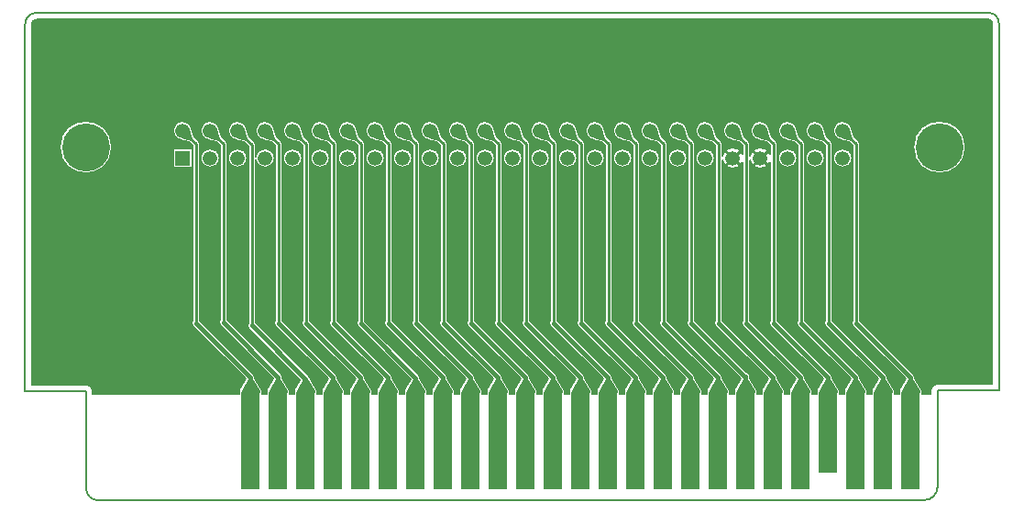
<source format=gbr>
G04 DesignSpark PCB PRO Gerber Version 10.0 Build 5299*
G04 #@! TF.Part,Single*
G04 #@! TF.FileFunction,Copper,L1,Top*
G04 #@! TF.FilePolarity,Positive*
%FSLAX35Y35*%
%MOIN*%
G04 #@! TA.AperFunction,SMDPad,CuDef*
%ADD95R,0.06693X0.29528*%
%ADD94R,0.06693X0.35433*%
G04 #@! TA.AperFunction,ComponentPad*
%ADD120R,0.05250X0.05250*%
G04 #@! TD.AperFunction*
%ADD23C,0.00500*%
%ADD86C,0.01000*%
%ADD89C,0.01500*%
G04 #@! TA.AperFunction,ViaPad*
%ADD92C,0.03200*%
G04 #@! TA.AperFunction,ComponentPad*
%ADD121C,0.05250*%
%ADD122C,0.17400*%
G04 #@! TD.AperFunction*
X0Y0D02*
D02*
D23*
X118998Y186751D02*
Y55610D01*
X138744D01*
G75*
G02*
X141213Y53142I0J-2469D01*
G01*
Y52018D01*
X194313D01*
Y53039D01*
G75*
G02*
Y53048I1867J5D01*
G01*
G75*
G02*
Y53057I1765J5D01*
G01*
G75*
G02*
Y53067I1867J5D01*
G01*
G75*
G02*
Y53076I1765J5D01*
G01*
Y53909D01*
X194557D01*
X196737Y57687D01*
X177556Y76869D01*
G75*
G02*
X177336Y78861I1133J1133D01*
G01*
Y142563D01*
X176115Y143784D01*
X172961Y144630D01*
G75*
G02*
X173810Y151480I849J3372D01*
G01*
G75*
G02*
X177183Y148851I0J-3478D01*
G01*
X178028Y145697D01*
X179644Y144081D01*
G75*
G02*
X180041Y143124I-955J-957D01*
G01*
Y78916D01*
X199643Y59314D01*
G75*
G02*
X200114Y58179I-1131J-1135D01*
G01*
Y57984D01*
X202466Y53909D01*
X202710D01*
Y53076D01*
G75*
G02*
Y53067I-1789J-4D01*
G01*
G75*
G02*
Y53057I-1841J-5D01*
G01*
G75*
G02*
Y53048I-1789J-4D01*
G01*
G75*
G02*
Y53039I-1841J-5D01*
G01*
Y52018D01*
X204313D01*
Y53039D01*
G75*
G02*
Y53048I1867J5D01*
G01*
G75*
G02*
Y53057I1765J5D01*
G01*
G75*
G02*
Y53067I1867J5D01*
G01*
G75*
G02*
Y53076I1765J5D01*
G01*
Y53909D01*
X204557D01*
X206797Y57791D01*
X187556Y77032D01*
G75*
G02*
X187336Y79025I1133J1133D01*
G01*
Y142563D01*
X186115Y143784D01*
X182961Y144630D01*
G75*
G02*
X183810Y151480I849J3372D01*
G01*
G75*
G02*
X187183Y148851I0J-3478D01*
G01*
X188028Y145697D01*
X189644Y144081D01*
G75*
G02*
X190041Y143124I-955J-957D01*
G01*
Y79079D01*
X209643Y59478D01*
G75*
G02*
X210114Y58343I-1131J-1135D01*
G01*
Y57984D01*
X212466Y53909D01*
X212710D01*
Y53076D01*
G75*
G02*
Y53067I-1789J-4D01*
G01*
G75*
G02*
Y53057I-1841J-5D01*
G01*
G75*
G02*
Y53048I-1789J-4D01*
G01*
G75*
G02*
Y53039I-1841J-5D01*
G01*
Y52018D01*
X214313D01*
Y53039D01*
G75*
G02*
Y53048I1867J5D01*
G01*
G75*
G02*
Y53057I1765J5D01*
G01*
G75*
G02*
Y53067I1867J5D01*
G01*
G75*
G02*
Y53076I1765J5D01*
G01*
Y53909D01*
X214557D01*
X216534Y57335D01*
X197888Y75981D01*
G75*
G02*
X197669Y77973I1133J1133D01*
G01*
Y142231D01*
X196115Y143784D01*
X192961Y144630D01*
G75*
G02*
X193810Y151480I849J3372D01*
G01*
G75*
G02*
X197183Y148851I0J-3478D01*
G01*
X198028Y145697D01*
X199976Y143748D01*
G75*
G02*
X200374Y142791I-955J-957D01*
G01*
Y138534D01*
G75*
G02*
X207288Y138002I3437J-532D01*
G01*
G75*
G02*
X200374Y137470I-3478J0D01*
G01*
Y78028D01*
X219643Y58759D01*
G75*
G02*
X220035Y58121I-1131J-1135D01*
G01*
X222466Y53909D01*
X222710D01*
Y53076D01*
G75*
G02*
Y53067I-1789J-4D01*
G01*
G75*
G02*
Y53057I-1841J-5D01*
G01*
G75*
G02*
Y53048I-1789J-4D01*
G01*
G75*
G02*
Y53039I-1841J-5D01*
G01*
Y52018D01*
X224313D01*
Y53039D01*
G75*
G02*
Y53048I1867J5D01*
G01*
G75*
G02*
Y53057I1765J5D01*
G01*
G75*
G02*
Y53067I1867J5D01*
G01*
G75*
G02*
Y53076I1765J5D01*
G01*
Y53909D01*
X224557D01*
X226737Y57687D01*
X207556Y76869D01*
G75*
G02*
X207336Y78861I1133J1133D01*
G01*
Y142563D01*
X206115Y143784D01*
X202961Y144630D01*
G75*
G02*
X203810Y151480I849J3372D01*
G01*
G75*
G02*
X207183Y148851I0J-3478D01*
G01*
X208028Y145697D01*
X209644Y144081D01*
G75*
G02*
X210041Y143124I-955J-957D01*
G01*
Y78916D01*
X229643Y59314D01*
G75*
G02*
X230114Y58179I-1131J-1135D01*
G01*
Y57984D01*
X232466Y53909D01*
X232710D01*
Y53076D01*
G75*
G02*
Y53067I-1789J-4D01*
G01*
G75*
G02*
Y53057I-1841J-5D01*
G01*
G75*
G02*
Y53048I-1789J-4D01*
G01*
G75*
G02*
Y53039I-1841J-5D01*
G01*
Y52018D01*
X234313D01*
Y53039D01*
G75*
G02*
Y53048I1867J5D01*
G01*
G75*
G02*
Y53057I1765J5D01*
G01*
G75*
G02*
Y53067I1867J5D01*
G01*
G75*
G02*
Y53076I1765J5D01*
G01*
Y53909D01*
X234557D01*
X236737Y57687D01*
X217556Y76869D01*
G75*
G02*
X217336Y78861I1133J1133D01*
G01*
Y142563D01*
X216115Y143784D01*
X212961Y144630D01*
G75*
G02*
X213810Y151480I849J3372D01*
G01*
G75*
G02*
X217183Y148851I0J-3478D01*
G01*
X218028Y145697D01*
X219644Y144081D01*
G75*
G02*
X220041Y143124I-955J-957D01*
G01*
Y78916D01*
X239643Y59314D01*
G75*
G02*
X240114Y58179I-1131J-1135D01*
G01*
Y57984D01*
X242466Y53909D01*
X242710D01*
Y53076D01*
G75*
G02*
Y53067I-1789J-4D01*
G01*
G75*
G02*
Y53057I-1841J-5D01*
G01*
G75*
G02*
Y53048I-1789J-4D01*
G01*
G75*
G02*
Y53039I-1841J-5D01*
G01*
Y52018D01*
X244313D01*
Y53039D01*
G75*
G02*
Y53048I1867J5D01*
G01*
G75*
G02*
Y53057I1765J5D01*
G01*
G75*
G02*
Y53067I1867J5D01*
G01*
G75*
G02*
Y53076I1765J5D01*
G01*
Y53909D01*
X244557D01*
X246737Y57687D01*
X227556Y76869D01*
G75*
G02*
X227336Y78861I1133J1133D01*
G01*
Y142563D01*
X226115Y143784D01*
X222961Y144630D01*
G75*
G02*
X223810Y151480I849J3372D01*
G01*
G75*
G02*
X227183Y148851I0J-3478D01*
G01*
X228028Y145697D01*
X229644Y144081D01*
G75*
G02*
X230041Y143124I-955J-957D01*
G01*
Y78916D01*
X249227Y59730D01*
G75*
G02*
X250114Y58296I-715J-1434D01*
G01*
Y57984D01*
X252466Y53909D01*
X252710D01*
Y53076D01*
G75*
G02*
Y53067I-1789J-4D01*
G01*
G75*
G02*
Y53057I-1841J-5D01*
G01*
G75*
G02*
Y53048I-1789J-4D01*
G01*
G75*
G02*
Y53039I-1841J-5D01*
G01*
Y52018D01*
X254313D01*
Y53039D01*
G75*
G02*
Y53048I1867J5D01*
G01*
G75*
G02*
Y53057I1765J5D01*
G01*
G75*
G02*
Y53067I1867J5D01*
G01*
G75*
G02*
Y53076I1765J5D01*
G01*
Y53909D01*
X254557D01*
X256673Y57574D01*
X237557Y76690D01*
G75*
G02*
X237086Y77825I1131J1135D01*
G01*
Y78002D01*
G75*
G02*
X237336Y78861I1602J0D01*
G01*
Y142563D01*
X236115Y143784D01*
X232961Y144630D01*
G75*
G02*
X233810Y151480I849J3372D01*
G01*
G75*
G02*
X237183Y148851I0J-3478D01*
G01*
X238028Y145697D01*
X239644Y144081D01*
G75*
G02*
X240041Y143124I-955J-957D01*
G01*
Y78861D01*
G75*
G02*
X240172Y78607I-1353J-859D01*
G01*
X259643Y59137D01*
G75*
G02*
X260114Y58002I-1131J-1135D01*
G01*
Y57984D01*
X262466Y53909D01*
X262710D01*
Y53076D01*
G75*
G02*
Y53067I-1789J-4D01*
G01*
G75*
G02*
Y53057I-1841J-5D01*
G01*
G75*
G02*
Y53048I-1789J-4D01*
G01*
G75*
G02*
Y53039I-1841J-5D01*
G01*
Y52018D01*
X264313D01*
Y53039D01*
G75*
G02*
Y53048I1867J5D01*
G01*
G75*
G02*
Y53057I1765J5D01*
G01*
G75*
G02*
Y53067I1867J5D01*
G01*
G75*
G02*
Y53076I1765J5D01*
G01*
Y53909D01*
X264557D01*
X266737Y57687D01*
X247556Y76869D01*
G75*
G02*
X247336Y78861I1133J1133D01*
G01*
Y142563D01*
X246115Y143784D01*
X242961Y144630D01*
G75*
G02*
X243810Y151480I849J3372D01*
G01*
G75*
G02*
X247183Y148851I0J-3478D01*
G01*
X248028Y145697D01*
X249644Y144081D01*
G75*
G02*
X250041Y143124I-955J-957D01*
G01*
Y78916D01*
X269643Y59314D01*
G75*
G02*
X270114Y58179I-1131J-1135D01*
G01*
Y57984D01*
X272466Y53909D01*
X272710D01*
Y53076D01*
G75*
G02*
Y53067I-1789J-4D01*
G01*
G75*
G02*
Y53057I-1841J-5D01*
G01*
G75*
G02*
Y53048I-1789J-4D01*
G01*
G75*
G02*
Y53039I-1841J-5D01*
G01*
Y52018D01*
X274313D01*
Y53039D01*
G75*
G02*
Y53048I1867J5D01*
G01*
G75*
G02*
Y53057I1765J5D01*
G01*
G75*
G02*
Y53067I1867J5D01*
G01*
G75*
G02*
Y53076I1765J5D01*
G01*
Y53909D01*
X274557D01*
X276737Y57687D01*
X257556Y76869D01*
G75*
G02*
X257336Y78861I1133J1133D01*
G01*
Y142563D01*
X256115Y143784D01*
X252961Y144630D01*
G75*
G02*
X253810Y151480I849J3372D01*
G01*
G75*
G02*
X257183Y148851I0J-3478D01*
G01*
X258028Y145697D01*
X259644Y144081D01*
G75*
G02*
X260041Y143124I-955J-957D01*
G01*
Y78916D01*
X279643Y59314D01*
G75*
G02*
X280114Y58179I-1131J-1135D01*
G01*
Y57984D01*
X282466Y53909D01*
X282710D01*
Y53076D01*
G75*
G02*
Y53067I-1789J-4D01*
G01*
G75*
G02*
Y53057I-1841J-5D01*
G01*
G75*
G02*
Y53048I-1789J-4D01*
G01*
G75*
G02*
Y53039I-1841J-5D01*
G01*
Y52018D01*
X284313D01*
Y53039D01*
G75*
G02*
Y53048I1867J5D01*
G01*
G75*
G02*
Y53057I1765J5D01*
G01*
G75*
G02*
Y53067I1867J5D01*
G01*
G75*
G02*
Y53076I1765J5D01*
G01*
Y53909D01*
X284557D01*
X286737Y57687D01*
X267556Y76869D01*
G75*
G02*
X267336Y78861I1133J1133D01*
G01*
Y142563D01*
X266115Y143784D01*
X262961Y144630D01*
G75*
G02*
X263810Y151480I849J3372D01*
G01*
G75*
G02*
X267183Y148851I0J-3478D01*
G01*
X268028Y145697D01*
X269644Y144081D01*
G75*
G02*
X270041Y143124I-955J-957D01*
G01*
Y78916D01*
X289643Y59314D01*
G75*
G02*
X290114Y58179I-1131J-1135D01*
G01*
Y57984D01*
X292466Y53909D01*
X292710D01*
Y53076D01*
G75*
G02*
Y53067I-1789J-4D01*
G01*
G75*
G02*
Y53057I-1841J-5D01*
G01*
G75*
G02*
Y53048I-1789J-4D01*
G01*
G75*
G02*
Y53039I-1841J-5D01*
G01*
Y52018D01*
X294313D01*
Y53039D01*
G75*
G02*
Y53048I1867J5D01*
G01*
G75*
G02*
Y53057I1765J5D01*
G01*
G75*
G02*
Y53067I1867J5D01*
G01*
G75*
G02*
Y53076I1765J5D01*
G01*
Y53909D01*
X294557D01*
X296737Y57687D01*
X277556Y76869D01*
G75*
G02*
X277336Y78861I1133J1133D01*
G01*
Y142563D01*
X276115Y143784D01*
X272961Y144630D01*
G75*
G02*
X273810Y151480I849J3372D01*
G01*
G75*
G02*
X277183Y148851I0J-3478D01*
G01*
X278028Y145697D01*
X279644Y144081D01*
G75*
G02*
X280041Y143124I-955J-957D01*
G01*
Y78916D01*
X299643Y59314D01*
G75*
G02*
X300114Y58179I-1131J-1135D01*
G01*
Y57984D01*
X302466Y53909D01*
X302710D01*
Y53076D01*
G75*
G02*
Y53067I-1789J-4D01*
G01*
G75*
G02*
Y53057I-1841J-5D01*
G01*
G75*
G02*
Y53048I-1789J-4D01*
G01*
G75*
G02*
Y53039I-1841J-5D01*
G01*
Y52018D01*
X304313D01*
Y53039D01*
G75*
G02*
Y53048I1867J5D01*
G01*
G75*
G02*
Y53057I1765J5D01*
G01*
G75*
G02*
Y53067I1867J5D01*
G01*
G75*
G02*
Y53076I1765J5D01*
G01*
Y53909D01*
X304557D01*
X306737Y57687D01*
X287556Y76869D01*
G75*
G02*
X287336Y78861I1133J1133D01*
G01*
Y142563D01*
X286115Y143784D01*
X282961Y144630D01*
G75*
G02*
X283810Y151480I849J3372D01*
G01*
G75*
G02*
X287183Y148851I0J-3478D01*
G01*
X288028Y145697D01*
X289644Y144081D01*
G75*
G02*
X290041Y143124I-955J-957D01*
G01*
Y78916D01*
X309643Y59314D01*
G75*
G02*
X310114Y58179I-1131J-1135D01*
G01*
Y57984D01*
X312466Y53909D01*
X312710D01*
Y53076D01*
G75*
G02*
Y53067I-1789J-4D01*
G01*
G75*
G02*
Y53057I-1841J-5D01*
G01*
G75*
G02*
Y53048I-1789J-4D01*
G01*
G75*
G02*
Y53039I-1841J-5D01*
G01*
Y52018D01*
X314313D01*
Y53039D01*
G75*
G02*
Y53048I1867J5D01*
G01*
G75*
G02*
Y53057I1765J5D01*
G01*
G75*
G02*
Y53067I1867J5D01*
G01*
G75*
G02*
Y53076I1765J5D01*
G01*
Y53909D01*
X314557D01*
X316737Y57687D01*
X297556Y76869D01*
G75*
G02*
X297336Y78861I1133J1133D01*
G01*
Y142563D01*
X296115Y143784D01*
X292961Y144630D01*
G75*
G02*
X293810Y151480I849J3372D01*
G01*
G75*
G02*
X297183Y148851I0J-3478D01*
G01*
X298028Y145697D01*
X299644Y144081D01*
G75*
G02*
X300041Y143124I-955J-957D01*
G01*
Y78916D01*
X319643Y59314D01*
G75*
G02*
X320114Y58179I-1131J-1135D01*
G01*
Y57984D01*
X322466Y53909D01*
X322710D01*
Y53076D01*
G75*
G02*
Y53067I-1789J-4D01*
G01*
G75*
G02*
Y53057I-1841J-5D01*
G01*
G75*
G02*
Y53048I-1789J-4D01*
G01*
G75*
G02*
Y53039I-1841J-5D01*
G01*
Y52018D01*
X324313D01*
Y53039D01*
G75*
G02*
Y53048I1867J5D01*
G01*
G75*
G02*
Y53057I1765J5D01*
G01*
G75*
G02*
Y53067I1867J5D01*
G01*
G75*
G02*
Y53076I1765J5D01*
G01*
Y53909D01*
X324557D01*
X326737Y57687D01*
X307556Y76869D01*
G75*
G02*
X307336Y78861I1133J1133D01*
G01*
Y142563D01*
X306115Y143784D01*
X302961Y144630D01*
G75*
G02*
X303810Y151480I849J3372D01*
G01*
G75*
G02*
X307183Y148851I0J-3478D01*
G01*
X308028Y145697D01*
X309644Y144081D01*
G75*
G02*
X310041Y143124I-955J-957D01*
G01*
Y78916D01*
X329643Y59314D01*
G75*
G02*
X330114Y58179I-1131J-1135D01*
G01*
Y57984D01*
X332466Y53909D01*
X332710D01*
Y53076D01*
G75*
G02*
Y53067I-1789J-4D01*
G01*
G75*
G02*
Y53057I-1841J-5D01*
G01*
G75*
G02*
Y53048I-1789J-4D01*
G01*
G75*
G02*
Y53039I-1841J-5D01*
G01*
Y52018D01*
X334313D01*
Y53039D01*
G75*
G02*
Y53048I1867J5D01*
G01*
G75*
G02*
Y53057I1765J5D01*
G01*
G75*
G02*
Y53067I1867J5D01*
G01*
G75*
G02*
Y53076I1765J5D01*
G01*
Y53909D01*
X334557D01*
X336737Y57687D01*
X317556Y76869D01*
G75*
G02*
X317336Y78861I1133J1133D01*
G01*
Y142563D01*
X316115Y143784D01*
X312961Y144630D01*
G75*
G02*
X313810Y151480I849J3372D01*
G01*
G75*
G02*
X317183Y148851I0J-3478D01*
G01*
X318028Y145697D01*
X319644Y144081D01*
G75*
G02*
X320041Y143124I-955J-957D01*
G01*
Y78916D01*
X339643Y59314D01*
G75*
G02*
X340114Y58179I-1131J-1135D01*
G01*
Y57984D01*
X342466Y53909D01*
X342710D01*
Y53076D01*
G75*
G02*
Y53067I-1789J-4D01*
G01*
G75*
G02*
Y53057I-1841J-5D01*
G01*
G75*
G02*
Y53048I-1789J-4D01*
G01*
G75*
G02*
Y53039I-1841J-5D01*
G01*
Y52018D01*
X344313D01*
Y53039D01*
G75*
G02*
Y53048I1867J5D01*
G01*
G75*
G02*
Y53057I1765J5D01*
G01*
G75*
G02*
Y53067I1867J5D01*
G01*
G75*
G02*
Y53076I1765J5D01*
G01*
Y53909D01*
X344557D01*
X346737Y57687D01*
X327556Y76869D01*
G75*
G02*
X327336Y78861I1133J1133D01*
G01*
Y142563D01*
X326115Y143784D01*
X322961Y144630D01*
G75*
G02*
X323810Y151480I849J3372D01*
G01*
G75*
G02*
X327183Y148851I0J-3478D01*
G01*
X328028Y145697D01*
X329644Y144081D01*
G75*
G02*
X330041Y143124I-955J-957D01*
G01*
Y78916D01*
X349643Y59314D01*
G75*
G02*
X350114Y58179I-1131J-1135D01*
G01*
Y57984D01*
X352466Y53909D01*
X352710D01*
Y53076D01*
G75*
G02*
Y53067I-1789J-4D01*
G01*
G75*
G02*
Y53057I-1841J-5D01*
G01*
G75*
G02*
Y53048I-1789J-4D01*
G01*
G75*
G02*
Y53039I-1841J-5D01*
G01*
Y52018D01*
X354313D01*
Y53039D01*
G75*
G02*
Y53048I1867J5D01*
G01*
G75*
G02*
Y53057I1765J5D01*
G01*
G75*
G02*
Y53067I1867J5D01*
G01*
G75*
G02*
Y53076I1765J5D01*
G01*
Y53909D01*
X354557D01*
X356737Y57687D01*
X337556Y76869D01*
G75*
G02*
X337336Y78861I1133J1133D01*
G01*
Y142563D01*
X336115Y143784D01*
X332961Y144630D01*
G75*
G02*
X333810Y151480I849J3372D01*
G01*
G75*
G02*
X337183Y148851I0J-3478D01*
G01*
X338028Y145697D01*
X339644Y144081D01*
G75*
G02*
X340041Y143124I-955J-957D01*
G01*
Y78916D01*
X359643Y59314D01*
G75*
G02*
X360114Y58179I-1131J-1135D01*
G01*
Y57984D01*
X362466Y53909D01*
X362710D01*
Y53076D01*
G75*
G02*
Y53067I-1789J-4D01*
G01*
G75*
G02*
Y53057I-1841J-5D01*
G01*
G75*
G02*
Y53048I-1789J-4D01*
G01*
G75*
G02*
Y53039I-1841J-5D01*
G01*
Y52018D01*
X364313D01*
Y53039D01*
G75*
G02*
Y53048I1867J5D01*
G01*
G75*
G02*
Y53057I1765J5D01*
G01*
G75*
G02*
Y53067I1867J5D01*
G01*
G75*
G02*
Y53076I1765J5D01*
G01*
Y53909D01*
X364557D01*
X366737Y57687D01*
X347556Y76869D01*
G75*
G02*
X347336Y78861I1133J1133D01*
G01*
Y142563D01*
X346115Y143784D01*
X342961Y144630D01*
G75*
G02*
X343810Y151480I849J3372D01*
G01*
G75*
G02*
X347183Y148851I0J-3478D01*
G01*
X348028Y145697D01*
X349644Y144081D01*
G75*
G02*
X350041Y143124I-955J-957D01*
G01*
Y78916D01*
X369643Y59314D01*
G75*
G02*
X370114Y58179I-1131J-1135D01*
G01*
Y57984D01*
X372466Y53909D01*
X372710D01*
Y53076D01*
G75*
G02*
Y53067I-1789J-4D01*
G01*
G75*
G02*
Y53057I-1841J-5D01*
G01*
G75*
G02*
Y53048I-1789J-4D01*
G01*
G75*
G02*
Y53039I-1841J-5D01*
G01*
Y52018D01*
X374313D01*
Y53039D01*
G75*
G02*
Y53048I1867J5D01*
G01*
G75*
G02*
Y53057I1765J5D01*
G01*
G75*
G02*
Y53067I1867J5D01*
G01*
G75*
G02*
Y53076I1765J5D01*
G01*
Y53909D01*
X374557D01*
X376737Y57687D01*
X357556Y76869D01*
G75*
G02*
X357336Y78861I1133J1133D01*
G01*
Y142563D01*
X356115Y143784D01*
X352961Y144630D01*
G75*
G02*
X353810Y151480I849J3372D01*
G01*
G75*
G02*
X357183Y148851I0J-3478D01*
G01*
X358028Y145697D01*
X359644Y144081D01*
G75*
G02*
X360041Y143124I-955J-957D01*
G01*
Y78916D01*
X378879Y60078D01*
G75*
G02*
X380114Y58518I-368J-1560D01*
G01*
Y57984D01*
X382466Y53909D01*
X382710D01*
Y53076D01*
G75*
G02*
Y53067I-1789J-4D01*
G01*
G75*
G02*
Y53057I-1841J-5D01*
G01*
G75*
G02*
Y53048I-1789J-4D01*
G01*
G75*
G02*
Y53039I-1841J-5D01*
G01*
Y52018D01*
X384313D01*
Y53039D01*
G75*
G02*
Y53048I1867J5D01*
G01*
G75*
G02*
Y53057I1765J5D01*
G01*
G75*
G02*
Y53067I1867J5D01*
G01*
G75*
G02*
Y53076I1765J5D01*
G01*
Y53909D01*
X384557D01*
X386737Y57687D01*
X367556Y76869D01*
G75*
G02*
X367336Y78861I1133J1133D01*
G01*
Y142563D01*
X366115Y143784D01*
X362961Y144630D01*
G75*
G02*
X363810Y151480I849J3372D01*
G01*
G75*
G02*
X367183Y148851I0J-3478D01*
G01*
X368028Y145697D01*
X369644Y144081D01*
G75*
G02*
X370041Y143124I-955J-957D01*
G01*
Y138902D01*
G75*
G02*
X377336Y139609I3769J-900D01*
G01*
Y142563D01*
X376115Y143784D01*
X372961Y144630D01*
G75*
G02*
X373810Y151480I849J3372D01*
G01*
G75*
G02*
X377183Y148851I0J-3478D01*
G01*
X378028Y145697D01*
X379644Y144081D01*
G75*
G02*
X380041Y143124I-955J-957D01*
G01*
Y138902D01*
G75*
G02*
X387336Y139609I3769J-900D01*
G01*
Y142563D01*
X386115Y143784D01*
X382961Y144630D01*
G75*
G02*
X383810Y151480I849J3372D01*
G01*
G75*
G02*
X387183Y148851I0J-3478D01*
G01*
X388028Y145697D01*
X389644Y144081D01*
G75*
G02*
X390041Y143124I-955J-957D01*
G01*
Y78916D01*
X409213Y59744D01*
G75*
G02*
X410114Y58303I-701J-1441D01*
G01*
Y57984D01*
X412466Y53909D01*
X412710D01*
Y53076D01*
G75*
G02*
Y53067I-1789J-4D01*
G01*
G75*
G02*
Y53057I-1841J-5D01*
G01*
G75*
G02*
Y53048I-1789J-4D01*
G01*
G75*
G02*
Y53039I-1841J-5D01*
G01*
Y52018D01*
X414313D01*
Y53039D01*
G75*
G02*
Y53048I1867J5D01*
G01*
G75*
G02*
Y53057I1765J5D01*
G01*
G75*
G02*
Y53067I1867J5D01*
G01*
G75*
G02*
Y53076I1765J5D01*
G01*
Y53909D01*
X414557D01*
X416737Y57687D01*
X397556Y76869D01*
G75*
G02*
X397336Y78861I1133J1133D01*
G01*
Y142563D01*
X396115Y143784D01*
X392961Y144630D01*
G75*
G02*
X393810Y151480I849J3372D01*
G01*
G75*
G02*
X397183Y148851I0J-3478D01*
G01*
X398028Y145697D01*
X399644Y144081D01*
G75*
G02*
X400041Y143124I-955J-957D01*
G01*
Y78916D01*
X419643Y59314D01*
G75*
G02*
X420114Y58179I-1131J-1135D01*
G01*
Y57984D01*
X422466Y53909D01*
X422710D01*
Y53076D01*
G75*
G02*
Y53067I-1789J-4D01*
G01*
G75*
G02*
Y53057I-1841J-5D01*
G01*
G75*
G02*
Y53048I-1789J-4D01*
G01*
G75*
G02*
Y53039I-1841J-5D01*
G01*
Y52018D01*
X424313D01*
Y53039D01*
G75*
G02*
Y53048I1867J5D01*
G01*
G75*
G02*
Y53057I1765J5D01*
G01*
G75*
G02*
Y53067I1867J5D01*
G01*
G75*
G02*
Y53076I1765J5D01*
G01*
Y53909D01*
X424557D01*
X426737Y57687D01*
X407556Y76869D01*
G75*
G02*
X407336Y78861I1133J1133D01*
G01*
Y142563D01*
X406115Y143784D01*
X402961Y144630D01*
G75*
G02*
X403810Y151480I849J3372D01*
G01*
G75*
G02*
X407183Y148851I0J-3478D01*
G01*
X408028Y145697D01*
X409644Y144081D01*
G75*
G02*
X410041Y143124I-955J-957D01*
G01*
Y78916D01*
X429441Y59516D01*
G75*
G02*
X430114Y58211I-929J-1306D01*
G01*
Y57984D01*
X432466Y53909D01*
X432710D01*
Y53076D01*
G75*
G02*
Y53067I-1789J-4D01*
G01*
G75*
G02*
Y53057I-1841J-5D01*
G01*
G75*
G02*
Y53048I-1789J-4D01*
G01*
G75*
G02*
Y53039I-1841J-5D01*
G01*
Y52018D01*
X434313D01*
Y53039D01*
G75*
G02*
Y53048I1867J5D01*
G01*
G75*
G02*
Y53057I1765J5D01*
G01*
G75*
G02*
Y53067I1867J5D01*
G01*
G75*
G02*
Y53076I1765J5D01*
G01*
Y53909D01*
X434557D01*
X436737Y57687D01*
X417556Y76869D01*
G75*
G02*
X417336Y78861I1133J1133D01*
G01*
Y142563D01*
X416115Y143784D01*
X412961Y144630D01*
G75*
G02*
X413810Y151480I849J3372D01*
G01*
G75*
G02*
X417183Y148851I0J-3478D01*
G01*
X418028Y145697D01*
X419644Y144081D01*
G75*
G02*
X420041Y143124I-955J-957D01*
G01*
Y78916D01*
X439643Y59314D01*
G75*
G02*
X440114Y58179I-1131J-1135D01*
G01*
Y57984D01*
X442466Y53909D01*
X442710D01*
Y53076D01*
G75*
G02*
Y53067I-1789J-4D01*
G01*
G75*
G02*
Y53057I-1841J-5D01*
G01*
G75*
G02*
Y53048I-1789J-4D01*
G01*
G75*
G02*
Y53039I-1841J-5D01*
G01*
Y52018D01*
X445787D01*
Y53391D01*
G75*
G02*
X448256Y55860I2469J0D01*
G01*
X468127D01*
Y187243D01*
G75*
G03*
X467023Y188348I-1104J0D01*
G01*
X120594D01*
G75*
G03*
X118998Y186751I0J-1596D01*
G01*
X129058Y142002D02*
G75*
G02*
X148163I9552J0D01*
G01*
G75*
G02*
X129058I-9552J0D01*
G01*
X439458D02*
G75*
G02*
X458563I9552J0D01*
G01*
G75*
G02*
X439458I-9552J0D01*
G01*
X170334Y141478D02*
X177287D01*
Y134526D01*
X170334D01*
Y141478D01*
X180333Y138002D02*
G75*
G02*
X187288I3478J0D01*
G01*
G75*
G02*
X180333I-3478J0D01*
G01*
X190333D02*
G75*
G02*
X197288I3478J0D01*
G01*
G75*
G02*
X190333I-3478J0D01*
G01*
X210333D02*
G75*
G02*
X217288I3478J0D01*
G01*
G75*
G02*
X210333I-3478J0D01*
G01*
X220333D02*
G75*
G02*
X227288I3478J0D01*
G01*
G75*
G02*
X220333I-3478J0D01*
G01*
X230333D02*
G75*
G02*
X237288I3478J0D01*
G01*
G75*
G02*
X230333I-3478J0D01*
G01*
X240333D02*
G75*
G02*
X247288I3478J0D01*
G01*
G75*
G02*
X240333I-3478J0D01*
G01*
X250333D02*
G75*
G02*
X257288I3478J0D01*
G01*
G75*
G02*
X250333I-3478J0D01*
G01*
X260333D02*
G75*
G02*
X267288I3478J0D01*
G01*
G75*
G02*
X260333I-3478J0D01*
G01*
X270333D02*
G75*
G02*
X277288I3478J0D01*
G01*
G75*
G02*
X270333I-3478J0D01*
G01*
X280333D02*
G75*
G02*
X287288I3478J0D01*
G01*
G75*
G02*
X280333I-3478J0D01*
G01*
X290333D02*
G75*
G02*
X297288I3478J0D01*
G01*
G75*
G02*
X290333I-3478J0D01*
G01*
X300333D02*
G75*
G02*
X307288I3478J0D01*
G01*
G75*
G02*
X300333I-3478J0D01*
G01*
X310333D02*
G75*
G02*
X317288I3478J0D01*
G01*
G75*
G02*
X310333I-3478J0D01*
G01*
X320333D02*
G75*
G02*
X327288I3478J0D01*
G01*
G75*
G02*
X320333I-3478J0D01*
G01*
X330333D02*
G75*
G02*
X337288I3478J0D01*
G01*
G75*
G02*
X330333I-3478J0D01*
G01*
X340333D02*
G75*
G02*
X347288I3478J0D01*
G01*
G75*
G02*
X340333I-3478J0D01*
G01*
X350333D02*
G75*
G02*
X357288I3478J0D01*
G01*
G75*
G02*
X350333I-3478J0D01*
G01*
X360333D02*
G75*
G02*
X367288I3478J0D01*
G01*
G75*
G02*
X360333I-3478J0D01*
G01*
X390333D02*
G75*
G02*
X397288I3478J0D01*
G01*
G75*
G02*
X390333I-3478J0D01*
G01*
X400333D02*
G75*
G02*
X407288I3478J0D01*
G01*
G75*
G02*
X400333I-3478J0D01*
G01*
X410333D02*
G75*
G02*
X417288I3478J0D01*
G01*
G75*
G02*
X410333I-3478J0D01*
G01*
X119248D02*
G36*
X119248Y138002D02*
Y55610D01*
X138744D01*
G75*
G02*
X141213Y53143I0J-2468D01*
G01*
G75*
G02*
Y53142I-3470J0D01*
G01*
Y52268D01*
X194313D01*
Y53039D01*
Y53048D01*
Y53057D01*
Y53067D01*
Y53076D01*
Y53909D01*
X194557D01*
X196737Y57687D01*
X177556Y76869D01*
G75*
G02*
X177086Y78002I1133J1133D01*
G01*
G75*
G02*
X177336Y78861I1602J0D01*
G01*
Y138002D01*
X177287D01*
Y134526D01*
X170334D01*
Y138002D01*
X147285D01*
G75*
G02*
X129936I-8674J4000D01*
G01*
X119248D01*
G37*
X180041D02*
G36*
X180041Y138002D02*
Y78916D01*
X199643Y59314D01*
G75*
G02*
X200114Y58180I-1130J-1135D01*
G01*
Y58179D01*
Y57984D01*
X202466Y53909D01*
X202710D01*
Y53076D01*
Y53067D01*
Y53057D01*
Y53048D01*
Y53039D01*
Y52268D01*
X204313D01*
Y53039D01*
Y53048D01*
Y53057D01*
Y53067D01*
Y53076D01*
Y53909D01*
X204557D01*
X206797Y57791D01*
X187556Y77032D01*
G75*
G02*
X187086Y78165I1133J1133D01*
G01*
G75*
G02*
X187336Y79025I1602J0D01*
G01*
Y138002D01*
X187288D01*
G75*
G02*
X180333I-3478J0D01*
G01*
X180041D01*
G37*
X190041D02*
G36*
X190041Y138002D02*
Y79079D01*
X209643Y59478D01*
G75*
G02*
X210114Y58343I-1130J-1135D01*
G01*
Y58343D01*
Y57984D01*
X212466Y53909D01*
X212710D01*
Y53076D01*
Y53067D01*
Y53057D01*
Y53048D01*
Y53039D01*
Y52268D01*
X214313D01*
Y53039D01*
Y53048D01*
Y53057D01*
Y53067D01*
Y53076D01*
Y53909D01*
X214557D01*
X216534Y57335D01*
X197888Y75981D01*
G75*
G02*
X197419Y77114I1133J1133D01*
G01*
G75*
G02*
X197669Y77973I1602J0D01*
G01*
Y138002D01*
X197288D01*
G75*
G02*
X190333I-3478J0D01*
G01*
X190041D01*
G37*
X200374Y137470D02*
G36*
X200374Y137470D02*
Y78028D01*
X219643Y58759D01*
G75*
G02*
X220035Y58121I-1131J-1135D01*
G01*
X222466Y53909D01*
X222710D01*
Y53076D01*
Y53067D01*
Y53057D01*
Y53048D01*
Y53039D01*
Y52268D01*
X224313D01*
Y53039D01*
Y53048D01*
Y53057D01*
Y53067D01*
Y53076D01*
Y53909D01*
X224557D01*
X226737Y57687D01*
X207556Y76869D01*
G75*
G02*
X207086Y78002I1133J1133D01*
G01*
G75*
G02*
X207336Y78861I1602J0D01*
G01*
Y138002D01*
X207288D01*
G75*
G02*
X200374Y137470I-3478J0D01*
G01*
G37*
X210041Y138002D02*
G36*
X210041Y138002D02*
Y78916D01*
X229643Y59314D01*
G75*
G02*
X230114Y58180I-1130J-1135D01*
G01*
Y58179D01*
Y57984D01*
X232466Y53909D01*
X232710D01*
Y53076D01*
Y53067D01*
Y53057D01*
Y53048D01*
Y53039D01*
Y52268D01*
X234313D01*
Y53039D01*
Y53048D01*
Y53057D01*
Y53067D01*
Y53076D01*
Y53909D01*
X234557D01*
X236737Y57687D01*
X217556Y76869D01*
G75*
G02*
X217086Y78002I1133J1133D01*
G01*
G75*
G02*
X217336Y78861I1602J0D01*
G01*
Y138002D01*
X217288D01*
G75*
G02*
X210333I-3478J0D01*
G01*
X210041D01*
G37*
X220041D02*
G36*
X220041Y138002D02*
Y78916D01*
X239643Y59314D01*
G75*
G02*
X240114Y58180I-1130J-1135D01*
G01*
Y58179D01*
Y57984D01*
X242466Y53909D01*
X242710D01*
Y53076D01*
Y53067D01*
Y53057D01*
Y53048D01*
Y53039D01*
Y52268D01*
X244313D01*
Y53039D01*
Y53048D01*
Y53057D01*
Y53067D01*
Y53076D01*
Y53909D01*
X244557D01*
X246737Y57687D01*
X227556Y76869D01*
G75*
G02*
X227086Y78002I1133J1133D01*
G01*
G75*
G02*
X227336Y78861I1602J0D01*
G01*
Y138002D01*
X227288D01*
G75*
G02*
X220333I-3478J0D01*
G01*
X220041D01*
G37*
X230041D02*
G36*
X230041Y138002D02*
Y78916D01*
X249227Y59730D01*
G75*
G02*
X250114Y58296I-716J-1434D01*
G01*
Y57984D01*
X252466Y53909D01*
X252710D01*
Y53076D01*
Y53067D01*
Y53057D01*
Y53048D01*
Y53039D01*
Y52268D01*
X254313D01*
Y53039D01*
Y53048D01*
Y53057D01*
Y53067D01*
Y53076D01*
Y53909D01*
X254557D01*
X256673Y57574D01*
X237557Y76690D01*
G75*
G02*
X237086Y77824I1130J1135D01*
G01*
Y77825D01*
Y78002D01*
G75*
G02*
X237336Y78861I1602J0D01*
G01*
Y138002D01*
X237288D01*
G75*
G02*
X230333I-3478J0D01*
G01*
X230041D01*
G37*
X240041D02*
G36*
X240041Y138002D02*
Y78861D01*
G75*
G02*
X240172Y78607I-1367J-866D01*
G01*
X259643Y59137D01*
G75*
G02*
X260114Y58002I-1130J-1135D01*
G01*
Y58002D01*
Y57984D01*
X262466Y53909D01*
X262710D01*
Y53076D01*
Y53067D01*
Y53057D01*
Y53048D01*
Y53039D01*
Y52268D01*
X264313D01*
Y53039D01*
Y53048D01*
Y53057D01*
Y53067D01*
Y53076D01*
Y53909D01*
X264557D01*
X266737Y57687D01*
X247556Y76869D01*
G75*
G02*
X247086Y78002I1133J1133D01*
G01*
G75*
G02*
X247336Y78861I1602J0D01*
G01*
Y138002D01*
X247288D01*
G75*
G02*
X240333I-3478J0D01*
G01*
X240041D01*
G37*
X250041D02*
G36*
X250041Y138002D02*
Y78916D01*
X269643Y59314D01*
G75*
G02*
X270114Y58180I-1130J-1135D01*
G01*
Y58179D01*
Y57984D01*
X272466Y53909D01*
X272710D01*
Y53076D01*
Y53067D01*
Y53057D01*
Y53048D01*
Y53039D01*
Y52268D01*
X274313D01*
Y53039D01*
Y53048D01*
Y53057D01*
Y53067D01*
Y53076D01*
Y53909D01*
X274557D01*
X276737Y57687D01*
X257556Y76869D01*
G75*
G02*
X257086Y78002I1133J1133D01*
G01*
G75*
G02*
X257336Y78861I1602J0D01*
G01*
Y138002D01*
X257288D01*
G75*
G02*
X250333I-3478J0D01*
G01*
X250041D01*
G37*
X260041D02*
G36*
X260041Y138002D02*
Y78916D01*
X279643Y59314D01*
G75*
G02*
X280114Y58180I-1130J-1135D01*
G01*
Y58179D01*
Y57984D01*
X282466Y53909D01*
X282710D01*
Y53076D01*
Y53067D01*
Y53057D01*
Y53048D01*
Y53039D01*
Y52268D01*
X284313D01*
Y53039D01*
Y53048D01*
Y53057D01*
Y53067D01*
Y53076D01*
Y53909D01*
X284557D01*
X286737Y57687D01*
X267556Y76869D01*
G75*
G02*
X267086Y78002I1133J1133D01*
G01*
G75*
G02*
X267336Y78861I1602J0D01*
G01*
Y138002D01*
X267288D01*
G75*
G02*
X260333I-3478J0D01*
G01*
X260041D01*
G37*
X270041D02*
G36*
X270041Y138002D02*
Y78916D01*
X289643Y59314D01*
G75*
G02*
X290114Y58180I-1130J-1135D01*
G01*
Y58179D01*
Y57984D01*
X292466Y53909D01*
X292710D01*
Y53076D01*
Y53067D01*
Y53057D01*
Y53048D01*
Y53039D01*
Y52268D01*
X294313D01*
Y53039D01*
Y53048D01*
Y53057D01*
Y53067D01*
Y53076D01*
Y53909D01*
X294557D01*
X296737Y57687D01*
X277556Y76869D01*
G75*
G02*
X277086Y78002I1133J1133D01*
G01*
G75*
G02*
X277336Y78861I1602J0D01*
G01*
Y138002D01*
X277288D01*
G75*
G02*
X270333I-3478J0D01*
G01*
X270041D01*
G37*
X280041D02*
G36*
X280041Y138002D02*
Y78916D01*
X299643Y59314D01*
G75*
G02*
X300114Y58180I-1130J-1135D01*
G01*
Y58179D01*
Y57984D01*
X302466Y53909D01*
X302710D01*
Y53076D01*
Y53067D01*
Y53057D01*
Y53048D01*
Y53039D01*
Y52268D01*
X304313D01*
Y53039D01*
Y53048D01*
Y53057D01*
Y53067D01*
Y53076D01*
Y53909D01*
X304557D01*
X306737Y57687D01*
X287556Y76869D01*
G75*
G02*
X287086Y78002I1133J1133D01*
G01*
G75*
G02*
X287336Y78861I1602J0D01*
G01*
Y138002D01*
X287288D01*
G75*
G02*
X280333I-3478J0D01*
G01*
X280041D01*
G37*
X290041D02*
G36*
X290041Y138002D02*
Y78916D01*
X309643Y59314D01*
G75*
G02*
X310114Y58180I-1130J-1135D01*
G01*
Y58179D01*
Y57984D01*
X312466Y53909D01*
X312710D01*
Y53076D01*
Y53067D01*
Y53057D01*
Y53048D01*
Y53039D01*
Y52268D01*
X314313D01*
Y53039D01*
Y53048D01*
Y53057D01*
Y53067D01*
Y53076D01*
Y53909D01*
X314557D01*
X316737Y57687D01*
X297556Y76869D01*
G75*
G02*
X297086Y78002I1133J1133D01*
G01*
G75*
G02*
X297336Y78861I1602J0D01*
G01*
Y138002D01*
X297288D01*
G75*
G02*
X290333I-3478J0D01*
G01*
X290041D01*
G37*
X300041D02*
G36*
X300041Y138002D02*
Y78916D01*
X319643Y59314D01*
G75*
G02*
X320114Y58180I-1130J-1135D01*
G01*
Y58179D01*
Y57984D01*
X322466Y53909D01*
X322710D01*
Y53076D01*
Y53067D01*
Y53057D01*
Y53048D01*
Y53039D01*
Y52268D01*
X324313D01*
Y53039D01*
Y53048D01*
Y53057D01*
Y53067D01*
Y53076D01*
Y53909D01*
X324557D01*
X326737Y57687D01*
X307556Y76869D01*
G75*
G02*
X307086Y78002I1133J1133D01*
G01*
G75*
G02*
X307336Y78861I1602J0D01*
G01*
Y138002D01*
X307288D01*
G75*
G02*
X300333I-3478J0D01*
G01*
X300041D01*
G37*
X310041D02*
G36*
X310041Y138002D02*
Y78916D01*
X329643Y59314D01*
G75*
G02*
X330114Y58180I-1130J-1135D01*
G01*
Y58179D01*
Y57984D01*
X332466Y53909D01*
X332710D01*
Y53076D01*
Y53067D01*
Y53057D01*
Y53048D01*
Y53039D01*
Y52268D01*
X334313D01*
Y53039D01*
Y53048D01*
Y53057D01*
Y53067D01*
Y53076D01*
Y53909D01*
X334557D01*
X336737Y57687D01*
X317556Y76869D01*
G75*
G02*
X317086Y78002I1133J1133D01*
G01*
G75*
G02*
X317336Y78861I1602J0D01*
G01*
Y138002D01*
X317288D01*
G75*
G02*
X310333I-3478J0D01*
G01*
X310041D01*
G37*
X320041D02*
G36*
X320041Y138002D02*
Y78916D01*
X339643Y59314D01*
G75*
G02*
X340114Y58180I-1130J-1135D01*
G01*
Y58179D01*
Y57984D01*
X342466Y53909D01*
X342710D01*
Y53076D01*
Y53067D01*
Y53057D01*
Y53048D01*
Y53039D01*
Y52268D01*
X344313D01*
Y53039D01*
Y53048D01*
Y53057D01*
Y53067D01*
Y53076D01*
Y53909D01*
X344557D01*
X346737Y57687D01*
X327556Y76869D01*
G75*
G02*
X327086Y78002I1133J1133D01*
G01*
G75*
G02*
X327336Y78861I1602J0D01*
G01*
Y138002D01*
X327288D01*
G75*
G02*
X320333I-3478J0D01*
G01*
X320041D01*
G37*
X330041D02*
G36*
X330041Y138002D02*
Y78916D01*
X349643Y59314D01*
G75*
G02*
X350114Y58180I-1130J-1135D01*
G01*
Y58179D01*
Y57984D01*
X352466Y53909D01*
X352710D01*
Y53076D01*
Y53067D01*
Y53057D01*
Y53048D01*
Y53039D01*
Y52268D01*
X354313D01*
Y53039D01*
Y53048D01*
Y53057D01*
Y53067D01*
Y53076D01*
Y53909D01*
X354557D01*
X356737Y57687D01*
X337556Y76869D01*
G75*
G02*
X337086Y78002I1133J1133D01*
G01*
G75*
G02*
X337336Y78861I1602J0D01*
G01*
Y138002D01*
X337288D01*
G75*
G02*
X330333I-3478J0D01*
G01*
X330041D01*
G37*
X340041D02*
G36*
X340041Y138002D02*
Y78916D01*
X359643Y59314D01*
G75*
G02*
X360114Y58180I-1130J-1135D01*
G01*
Y58179D01*
Y57984D01*
X362466Y53909D01*
X362710D01*
Y53076D01*
Y53067D01*
Y53057D01*
Y53048D01*
Y53039D01*
Y52268D01*
X364313D01*
Y53039D01*
Y53048D01*
Y53057D01*
Y53067D01*
Y53076D01*
Y53909D01*
X364557D01*
X366737Y57687D01*
X347556Y76869D01*
G75*
G02*
X347086Y78002I1133J1133D01*
G01*
G75*
G02*
X347336Y78861I1602J0D01*
G01*
Y138002D01*
X347288D01*
G75*
G02*
X340333I-3478J0D01*
G01*
X340041D01*
G37*
X350041D02*
G36*
X350041Y138002D02*
Y78916D01*
X369643Y59314D01*
G75*
G02*
X370114Y58180I-1130J-1135D01*
G01*
Y58179D01*
Y57984D01*
X372466Y53909D01*
X372710D01*
Y53076D01*
Y53067D01*
Y53057D01*
Y53048D01*
Y53039D01*
Y52268D01*
X374313D01*
Y53039D01*
Y53048D01*
Y53057D01*
Y53067D01*
Y53076D01*
Y53909D01*
X374557D01*
X376737Y57687D01*
X357556Y76869D01*
G75*
G02*
X357086Y78002I1133J1133D01*
G01*
G75*
G02*
X357336Y78861I1602J0D01*
G01*
Y138002D01*
X357288D01*
G75*
G02*
X350333I-3478J0D01*
G01*
X350041D01*
G37*
X360041D02*
G36*
X360041Y138002D02*
Y78916D01*
X378879Y60078D01*
G75*
G02*
X380114Y58519I-367J-1559D01*
G01*
Y58518D01*
Y57984D01*
X382466Y53909D01*
X382710D01*
Y53076D01*
Y53067D01*
Y53057D01*
Y53048D01*
Y53039D01*
Y52268D01*
X384313D01*
Y53039D01*
Y53048D01*
Y53057D01*
Y53067D01*
Y53076D01*
Y53909D01*
X384557D01*
X386737Y57687D01*
X367556Y76869D01*
G75*
G02*
X367086Y78002I1133J1133D01*
G01*
G75*
G02*
X367336Y78861I1602J0D01*
G01*
Y138002D01*
X367288D01*
G75*
G02*
X360333I-3478J0D01*
G01*
X360041D01*
G37*
X390041D02*
G36*
X390041Y138002D02*
Y78916D01*
X409213Y59744D01*
G75*
G02*
X410114Y58303I-702J-1441D01*
G01*
Y57984D01*
X412466Y53909D01*
X412710D01*
Y53076D01*
Y53067D01*
Y53057D01*
Y53048D01*
Y53039D01*
Y52268D01*
X414313D01*
Y53039D01*
Y53048D01*
Y53057D01*
Y53067D01*
Y53076D01*
Y53909D01*
X414557D01*
X416737Y57687D01*
X397556Y76869D01*
G75*
G02*
X397086Y78002I1133J1133D01*
G01*
G75*
G02*
X397336Y78861I1602J0D01*
G01*
Y138002D01*
X397288D01*
G75*
G02*
X390333I-3478J0D01*
G01*
X390041D01*
G37*
X400041D02*
G36*
X400041Y138002D02*
Y78916D01*
X419643Y59314D01*
G75*
G02*
X420114Y58180I-1130J-1135D01*
G01*
Y58179D01*
Y57984D01*
X422466Y53909D01*
X422710D01*
Y53076D01*
Y53067D01*
Y53057D01*
Y53048D01*
Y53039D01*
Y52268D01*
X424313D01*
Y53039D01*
Y53048D01*
Y53057D01*
Y53067D01*
Y53076D01*
Y53909D01*
X424557D01*
X426737Y57687D01*
X407556Y76869D01*
G75*
G02*
X407086Y78002I1133J1133D01*
G01*
G75*
G02*
X407336Y78861I1602J0D01*
G01*
Y138002D01*
X407288D01*
G75*
G02*
X400333I-3478J0D01*
G01*
X400041D01*
G37*
X410041D02*
G36*
X410041Y138002D02*
Y78916D01*
X429441Y59516D01*
G75*
G02*
X430114Y58211I-931J-1306D01*
G01*
Y57984D01*
X432466Y53909D01*
X432710D01*
Y53076D01*
Y53067D01*
Y53057D01*
Y53048D01*
Y53039D01*
Y52268D01*
X434313D01*
Y53039D01*
Y53048D01*
Y53057D01*
Y53067D01*
Y53076D01*
Y53909D01*
X434557D01*
X436737Y57687D01*
X417556Y76869D01*
G75*
G02*
X417086Y78002I1133J1133D01*
G01*
G75*
G02*
X417336Y78861I1602J0D01*
G01*
Y138002D01*
X417288D01*
G75*
G02*
X410333I-3478J0D01*
G01*
X410041D01*
G37*
X420041D02*
G36*
X420041Y138002D02*
Y78916D01*
X439643Y59314D01*
G75*
G02*
X440114Y58180I-1130J-1135D01*
G01*
Y58179D01*
Y57984D01*
X442466Y53909D01*
X442710D01*
Y53076D01*
Y53067D01*
Y53057D01*
Y53048D01*
Y53039D01*
Y52268D01*
X445787D01*
Y53391D01*
G75*
G02*
Y53392I3470J0D01*
G01*
G75*
G02*
X448256Y55860I2469J0D01*
G01*
X467877D01*
Y138002D01*
X457685D01*
G75*
G02*
X440336I-8674J4000D01*
G01*
X420041D01*
G37*
X119248Y142002D02*
G36*
X119248Y142002D02*
Y138002D01*
X129936D01*
G75*
G02*
X129058Y142002I8675J4000D01*
G01*
X119248D01*
G37*
X148163D02*
G36*
X148163Y142002D02*
G75*
G02*
X147285Y138002I-9553J0D01*
G01*
X170334D01*
Y141478D01*
X177287D01*
Y138002D01*
X177336D01*
Y142002D01*
X148163D01*
G37*
X180041D02*
G36*
X180041Y142002D02*
Y138002D01*
X180333D01*
G75*
G02*
X187288I3478J0D01*
G01*
X187336D01*
Y142002D01*
X180041D01*
G37*
X190041D02*
G36*
X190041Y142002D02*
Y138002D01*
X190333D01*
G75*
G02*
X197288I3478J0D01*
G01*
X197669D01*
Y142002D01*
X190041D01*
G37*
X200374D02*
G36*
X200374Y142002D02*
Y138534D01*
G75*
G02*
X207288Y138002I3437J-532D01*
G01*
X207336D01*
Y142002D01*
X200374D01*
G37*
X210041D02*
G36*
X210041Y142002D02*
Y138002D01*
X210333D01*
G75*
G02*
X217288I3478J0D01*
G01*
X217336D01*
Y142002D01*
X210041D01*
G37*
X220041D02*
G36*
X220041Y142002D02*
Y138002D01*
X220333D01*
G75*
G02*
X227288I3478J0D01*
G01*
X227336D01*
Y142002D01*
X220041D01*
G37*
X230041D02*
G36*
X230041Y142002D02*
Y138002D01*
X230333D01*
G75*
G02*
X237288I3478J0D01*
G01*
X237336D01*
Y142002D01*
X230041D01*
G37*
X240041D02*
G36*
X240041Y142002D02*
Y138002D01*
X240333D01*
G75*
G02*
X247288I3478J0D01*
G01*
X247336D01*
Y142002D01*
X240041D01*
G37*
X250041D02*
G36*
X250041Y142002D02*
Y138002D01*
X250333D01*
G75*
G02*
X257288I3478J0D01*
G01*
X257336D01*
Y142002D01*
X250041D01*
G37*
X260041D02*
G36*
X260041Y142002D02*
Y138002D01*
X260333D01*
G75*
G02*
X267288I3478J0D01*
G01*
X267336D01*
Y142002D01*
X260041D01*
G37*
X270041D02*
G36*
X270041Y142002D02*
Y138002D01*
X270333D01*
G75*
G02*
X277288I3478J0D01*
G01*
X277336D01*
Y142002D01*
X270041D01*
G37*
X280041D02*
G36*
X280041Y142002D02*
Y138002D01*
X280333D01*
G75*
G02*
X287288I3478J0D01*
G01*
X287336D01*
Y142002D01*
X280041D01*
G37*
X290041D02*
G36*
X290041Y142002D02*
Y138002D01*
X290333D01*
G75*
G02*
X297288I3478J0D01*
G01*
X297336D01*
Y142002D01*
X290041D01*
G37*
X300041D02*
G36*
X300041Y142002D02*
Y138002D01*
X300333D01*
G75*
G02*
X307288I3478J0D01*
G01*
X307336D01*
Y142002D01*
X300041D01*
G37*
X310041D02*
G36*
X310041Y142002D02*
Y138002D01*
X310333D01*
G75*
G02*
X317288I3478J0D01*
G01*
X317336D01*
Y142002D01*
X310041D01*
G37*
X320041D02*
G36*
X320041Y142002D02*
Y138002D01*
X320333D01*
G75*
G02*
X327288I3478J0D01*
G01*
X327336D01*
Y142002D01*
X320041D01*
G37*
X330041D02*
G36*
X330041Y142002D02*
Y138002D01*
X330333D01*
G75*
G02*
X337288I3478J0D01*
G01*
X337336D01*
Y142002D01*
X330041D01*
G37*
X340041D02*
G36*
X340041Y142002D02*
Y138002D01*
X340333D01*
G75*
G02*
X347288I3478J0D01*
G01*
X347336D01*
Y142002D01*
X340041D01*
G37*
X350041D02*
G36*
X350041Y142002D02*
Y138002D01*
X350333D01*
G75*
G02*
X357288I3478J0D01*
G01*
X357336D01*
Y142002D01*
X350041D01*
G37*
X360041D02*
G36*
X360041Y142002D02*
Y138002D01*
X360333D01*
G75*
G02*
X367288I3478J0D01*
G01*
X367336D01*
Y142002D01*
X360041D01*
G37*
X370041D02*
G36*
X370041Y142002D02*
Y138902D01*
G75*
G02*
X377336Y139609I3769J-900D01*
G01*
Y142002D01*
X370041D01*
G37*
X380041D02*
G36*
X380041Y142002D02*
Y138902D01*
G75*
G02*
X387336Y139609I3769J-900D01*
G01*
Y142002D01*
X380041D01*
G37*
X390041D02*
G36*
X390041Y142002D02*
Y138002D01*
X390333D01*
G75*
G02*
X397288I3478J0D01*
G01*
X397336D01*
Y142002D01*
X390041D01*
G37*
X400041D02*
G36*
X400041Y142002D02*
Y138002D01*
X400333D01*
G75*
G02*
X407288I3478J0D01*
G01*
X407336D01*
Y142002D01*
X400041D01*
G37*
X410041D02*
G36*
X410041Y142002D02*
Y138002D01*
X410333D01*
G75*
G02*
X417288I3478J0D01*
G01*
X417336D01*
Y142002D01*
X410041D01*
G37*
X420041D02*
G36*
X420041Y142002D02*
Y138002D01*
X440336D01*
G75*
G02*
X439458Y142002I8675J4000D01*
G01*
X420041D01*
G37*
X458563D02*
G36*
X458563Y142002D02*
G75*
G02*
X457685Y138002I-9553J0D01*
G01*
X467877D01*
Y142002D01*
X458563D01*
G37*
X119248Y187609D02*
G36*
X119248Y187609D02*
Y142002D01*
X129058D01*
G75*
G02*
X148163I9552J0D01*
G01*
X177336D01*
Y142563D01*
X176115Y143784D01*
X172961Y144630D01*
G75*
G02*
X170333Y148002I849J3372D01*
G01*
G75*
G02*
X173810Y151480I3478J0D01*
G01*
G75*
G02*
X177183Y148851I0J-3478D01*
G01*
X178028Y145697D01*
X179644Y144081D01*
G75*
G02*
X180041Y143124I-953J-957D01*
G01*
Y142002D01*
X187336D01*
Y142563D01*
X186115Y143784D01*
X182961Y144630D01*
G75*
G02*
X180333Y148002I849J3372D01*
G01*
G75*
G02*
X183810Y151480I3478J0D01*
G01*
G75*
G02*
X187183Y148851I0J-3478D01*
G01*
X188028Y145697D01*
X189644Y144081D01*
G75*
G02*
X190041Y143124I-953J-957D01*
G01*
Y142002D01*
X197669D01*
Y142231D01*
X196115Y143784D01*
X192961Y144630D01*
G75*
G02*
X190333Y148002I849J3372D01*
G01*
G75*
G02*
X193810Y151480I3478J0D01*
G01*
G75*
G02*
X197183Y148851I0J-3478D01*
G01*
X198028Y145697D01*
X199976Y143748D01*
G75*
G02*
X200374Y142792I-953J-957D01*
G01*
G75*
G02*
Y142791I-1253J0D01*
G01*
Y142002D01*
X207336D01*
Y142563D01*
X206115Y143784D01*
X202961Y144630D01*
G75*
G02*
X200333Y148002I849J3372D01*
G01*
G75*
G02*
X203810Y151480I3478J0D01*
G01*
G75*
G02*
X207183Y148851I0J-3478D01*
G01*
X208028Y145697D01*
X209644Y144081D01*
G75*
G02*
X210041Y143124I-953J-957D01*
G01*
Y142002D01*
X217336D01*
Y142563D01*
X216115Y143784D01*
X212961Y144630D01*
G75*
G02*
X210333Y148002I849J3372D01*
G01*
G75*
G02*
X213810Y151480I3478J0D01*
G01*
G75*
G02*
X217183Y148851I0J-3478D01*
G01*
X218028Y145697D01*
X219644Y144081D01*
G75*
G02*
X220041Y143124I-953J-957D01*
G01*
Y142002D01*
X227336D01*
Y142563D01*
X226115Y143784D01*
X222961Y144630D01*
G75*
G02*
X220333Y148002I849J3372D01*
G01*
G75*
G02*
X223810Y151480I3478J0D01*
G01*
G75*
G02*
X227183Y148851I0J-3478D01*
G01*
X228028Y145697D01*
X229644Y144081D01*
G75*
G02*
X230041Y143124I-953J-957D01*
G01*
Y142002D01*
X237336D01*
Y142563D01*
X236115Y143784D01*
X232961Y144630D01*
G75*
G02*
X230333Y148002I849J3372D01*
G01*
G75*
G02*
X233810Y151480I3478J0D01*
G01*
G75*
G02*
X237183Y148851I0J-3478D01*
G01*
X238028Y145697D01*
X239644Y144081D01*
G75*
G02*
X240041Y143124I-953J-957D01*
G01*
Y142002D01*
X247336D01*
Y142563D01*
X246115Y143784D01*
X242961Y144630D01*
G75*
G02*
X240333Y148002I849J3372D01*
G01*
G75*
G02*
X243810Y151480I3478J0D01*
G01*
G75*
G02*
X247183Y148851I0J-3478D01*
G01*
X248028Y145697D01*
X249644Y144081D01*
G75*
G02*
X250041Y143124I-953J-957D01*
G01*
Y142002D01*
X257336D01*
Y142563D01*
X256115Y143784D01*
X252961Y144630D01*
G75*
G02*
X250333Y148002I849J3372D01*
G01*
G75*
G02*
X253810Y151480I3478J0D01*
G01*
G75*
G02*
X257183Y148851I0J-3478D01*
G01*
X258028Y145697D01*
X259644Y144081D01*
G75*
G02*
X260041Y143124I-953J-957D01*
G01*
Y142002D01*
X267336D01*
Y142563D01*
X266115Y143784D01*
X262961Y144630D01*
G75*
G02*
X260333Y148002I849J3372D01*
G01*
G75*
G02*
X263810Y151480I3478J0D01*
G01*
G75*
G02*
X267183Y148851I0J-3478D01*
G01*
X268028Y145697D01*
X269644Y144081D01*
G75*
G02*
X270041Y143124I-953J-957D01*
G01*
Y142002D01*
X277336D01*
Y142563D01*
X276115Y143784D01*
X272961Y144630D01*
G75*
G02*
X270333Y148002I849J3372D01*
G01*
G75*
G02*
X273810Y151480I3478J0D01*
G01*
G75*
G02*
X277183Y148851I0J-3478D01*
G01*
X278028Y145697D01*
X279644Y144081D01*
G75*
G02*
X280041Y143124I-953J-957D01*
G01*
Y142002D01*
X287336D01*
Y142563D01*
X286115Y143784D01*
X282961Y144630D01*
G75*
G02*
X280333Y148002I849J3372D01*
G01*
G75*
G02*
X283810Y151480I3478J0D01*
G01*
G75*
G02*
X287183Y148851I0J-3478D01*
G01*
X288028Y145697D01*
X289644Y144081D01*
G75*
G02*
X290041Y143124I-953J-957D01*
G01*
Y142002D01*
X297336D01*
Y142563D01*
X296115Y143784D01*
X292961Y144630D01*
G75*
G02*
X290333Y148002I849J3372D01*
G01*
G75*
G02*
X293810Y151480I3478J0D01*
G01*
G75*
G02*
X297183Y148851I0J-3478D01*
G01*
X298028Y145697D01*
X299644Y144081D01*
G75*
G02*
X300041Y143124I-953J-957D01*
G01*
Y142002D01*
X307336D01*
Y142563D01*
X306115Y143784D01*
X302961Y144630D01*
G75*
G02*
X300333Y148002I849J3372D01*
G01*
G75*
G02*
X303810Y151480I3478J0D01*
G01*
G75*
G02*
X307183Y148851I0J-3478D01*
G01*
X308028Y145697D01*
X309644Y144081D01*
G75*
G02*
X310041Y143124I-953J-957D01*
G01*
Y142002D01*
X317336D01*
Y142563D01*
X316115Y143784D01*
X312961Y144630D01*
G75*
G02*
X310333Y148002I849J3372D01*
G01*
G75*
G02*
X313810Y151480I3478J0D01*
G01*
G75*
G02*
X317183Y148851I0J-3478D01*
G01*
X318028Y145697D01*
X319644Y144081D01*
G75*
G02*
X320041Y143124I-953J-957D01*
G01*
Y142002D01*
X327336D01*
Y142563D01*
X326115Y143784D01*
X322961Y144630D01*
G75*
G02*
X320333Y148002I849J3372D01*
G01*
G75*
G02*
X323810Y151480I3478J0D01*
G01*
G75*
G02*
X327183Y148851I0J-3478D01*
G01*
X328028Y145697D01*
X329644Y144081D01*
G75*
G02*
X330041Y143124I-953J-957D01*
G01*
Y142002D01*
X337336D01*
Y142563D01*
X336115Y143784D01*
X332961Y144630D01*
G75*
G02*
X330333Y148002I849J3372D01*
G01*
G75*
G02*
X333810Y151480I3478J0D01*
G01*
G75*
G02*
X337183Y148851I0J-3478D01*
G01*
X338028Y145697D01*
X339644Y144081D01*
G75*
G02*
X340041Y143124I-953J-957D01*
G01*
Y142002D01*
X347336D01*
Y142563D01*
X346115Y143784D01*
X342961Y144630D01*
G75*
G02*
X340333Y148002I849J3372D01*
G01*
G75*
G02*
X343810Y151480I3478J0D01*
G01*
G75*
G02*
X347183Y148851I0J-3478D01*
G01*
X348028Y145697D01*
X349644Y144081D01*
G75*
G02*
X350041Y143124I-953J-957D01*
G01*
Y142002D01*
X357336D01*
Y142563D01*
X356115Y143784D01*
X352961Y144630D01*
G75*
G02*
X350333Y148002I849J3372D01*
G01*
G75*
G02*
X353810Y151480I3478J0D01*
G01*
G75*
G02*
X357183Y148851I0J-3478D01*
G01*
X358028Y145697D01*
X359644Y144081D01*
G75*
G02*
X360041Y143124I-953J-957D01*
G01*
Y142002D01*
X367336D01*
Y142563D01*
X366115Y143784D01*
X362961Y144630D01*
G75*
G02*
X360333Y148002I849J3372D01*
G01*
G75*
G02*
X363810Y151480I3478J0D01*
G01*
G75*
G02*
X367183Y148851I0J-3478D01*
G01*
X368028Y145697D01*
X369644Y144081D01*
G75*
G02*
X370041Y143124I-953J-957D01*
G01*
Y142002D01*
X377336D01*
Y142563D01*
X376115Y143784D01*
X372961Y144630D01*
G75*
G02*
X370333Y148002I849J3372D01*
G01*
G75*
G02*
X373810Y151480I3478J0D01*
G01*
G75*
G02*
X377183Y148851I0J-3478D01*
G01*
X378028Y145697D01*
X379644Y144081D01*
G75*
G02*
X380041Y143124I-953J-957D01*
G01*
Y142002D01*
X387336D01*
Y142563D01*
X386115Y143784D01*
X382961Y144630D01*
G75*
G02*
X380333Y148002I849J3372D01*
G01*
G75*
G02*
X383810Y151480I3478J0D01*
G01*
G75*
G02*
X387183Y148851I0J-3478D01*
G01*
X388028Y145697D01*
X389644Y144081D01*
G75*
G02*
X390041Y143124I-953J-957D01*
G01*
Y142002D01*
X397336D01*
Y142563D01*
X396115Y143784D01*
X392961Y144630D01*
G75*
G02*
X390333Y148002I849J3372D01*
G01*
G75*
G02*
X393810Y151480I3478J0D01*
G01*
G75*
G02*
X397183Y148851I0J-3478D01*
G01*
X398028Y145697D01*
X399644Y144081D01*
G75*
G02*
X400041Y143124I-953J-957D01*
G01*
Y142002D01*
X407336D01*
Y142563D01*
X406115Y143784D01*
X402961Y144630D01*
G75*
G02*
X400333Y148002I849J3372D01*
G01*
G75*
G02*
X403810Y151480I3478J0D01*
G01*
G75*
G02*
X407183Y148851I0J-3478D01*
G01*
X408028Y145697D01*
X409644Y144081D01*
G75*
G02*
X410041Y143124I-953J-957D01*
G01*
Y142002D01*
X417336D01*
Y142563D01*
X416115Y143784D01*
X412961Y144630D01*
G75*
G02*
X410333Y148002I849J3372D01*
G01*
G75*
G02*
X413810Y151480I3478J0D01*
G01*
G75*
G02*
X417183Y148851I0J-3478D01*
G01*
X418028Y145697D01*
X419644Y144081D01*
G75*
G02*
X420041Y143124I-953J-957D01*
G01*
Y142002D01*
X439458D01*
G75*
G02*
X458563I9552J0D01*
G01*
X467877D01*
Y187943D01*
G75*
G03*
X467722Y188098I-856J-701D01*
G01*
X119737D01*
G75*
G03*
X119248Y187609I858J-1347D01*
G01*
G37*
X142863Y13541D02*
X443513D01*
G75*
G03*
X448256Y18283I0J4743D01*
G01*
Y53391D01*
X470596D01*
Y187243D01*
G75*
G03*
X467023Y190816I-3573J0D01*
G01*
X120594D01*
G75*
G03*
X116529Y186751I0J-4065D01*
G01*
Y53142D01*
X138744D01*
Y17659D01*
G75*
G03*
X142863Y13541I4119J0D01*
G01*
X370041Y137102D02*
Y78916D01*
X389643Y59314D01*
G75*
G02*
X390114Y58179I-1131J-1135D01*
G01*
Y57984D01*
X392466Y53909D01*
X392710D01*
Y53076D01*
G75*
G02*
Y53067I-1789J-4D01*
G01*
G75*
G02*
Y53057I-1841J-5D01*
G01*
G75*
G02*
Y53048I-1789J-4D01*
G01*
G75*
G02*
Y53039I-1841J-5D01*
G01*
Y52018D01*
X394313D01*
Y53039D01*
G75*
G02*
Y53048I1867J5D01*
G01*
G75*
G02*
Y53057I1765J5D01*
G01*
G75*
G02*
Y53067I1867J5D01*
G01*
G75*
G02*
Y53076I1765J5D01*
G01*
Y53909D01*
X394557D01*
X396737Y57687D01*
X377556Y76869D01*
G75*
G02*
X377336Y78861I1133J1133D01*
G01*
Y136394D01*
G75*
G02*
X370041Y137102I-3526J1607D01*
G01*
G36*
X370041Y137102D02*
Y78916D01*
X389643Y59314D01*
G75*
G02*
X390114Y58179I-1131J-1135D01*
G01*
Y57984D01*
X392466Y53909D01*
X392710D01*
Y53076D01*
G75*
G02*
Y53067I-1789J-4D01*
G01*
G75*
G02*
Y53057I-1841J-5D01*
G01*
G75*
G02*
Y53048I-1789J-4D01*
G01*
G75*
G02*
Y53039I-1841J-5D01*
G01*
Y52018D01*
X394313D01*
Y53039D01*
G75*
G02*
Y53048I1867J5D01*
G01*
G75*
G02*
Y53057I1765J5D01*
G01*
G75*
G02*
Y53067I1867J5D01*
G01*
G75*
G02*
Y53076I1765J5D01*
G01*
Y53909D01*
X394557D01*
X396737Y57687D01*
X377556Y76869D01*
G75*
G02*
X377336Y78861I1133J1133D01*
G01*
Y136394D01*
G75*
G02*
X370041Y137102I-3526J1607D01*
G01*
G37*
X380041D02*
Y78916D01*
X399643Y59314D01*
G75*
G02*
X400114Y58179I-1131J-1135D01*
G01*
Y57984D01*
X402466Y53909D01*
X402710D01*
Y53076D01*
G75*
G02*
Y53067I-1789J-4D01*
G01*
G75*
G02*
Y53057I-1841J-5D01*
G01*
G75*
G02*
Y53048I-1789J-4D01*
G01*
G75*
G02*
Y53039I-1841J-5D01*
G01*
Y52018D01*
X404313D01*
Y53039D01*
G75*
G02*
Y53048I1867J5D01*
G01*
G75*
G02*
Y53057I1765J5D01*
G01*
G75*
G02*
Y53067I1867J5D01*
G01*
G75*
G02*
Y53076I1765J5D01*
G01*
Y53909D01*
X404557D01*
X406737Y57687D01*
X387556Y76869D01*
G75*
G02*
X387336Y78861I1133J1133D01*
G01*
Y136394D01*
G75*
G02*
X380041Y137102I-3526J1607D01*
G01*
G36*
X380041Y137102D02*
Y78916D01*
X399643Y59314D01*
G75*
G02*
X400114Y58179I-1131J-1135D01*
G01*
Y57984D01*
X402466Y53909D01*
X402710D01*
Y53076D01*
G75*
G02*
Y53067I-1789J-4D01*
G01*
G75*
G02*
Y53057I-1841J-5D01*
G01*
G75*
G02*
Y53048I-1789J-4D01*
G01*
G75*
G02*
Y53039I-1841J-5D01*
G01*
Y52018D01*
X404313D01*
Y53039D01*
G75*
G02*
Y53048I1867J5D01*
G01*
G75*
G02*
Y53057I1765J5D01*
G01*
G75*
G02*
Y53067I1867J5D01*
G01*
G75*
G02*
Y53076I1765J5D01*
G01*
Y53909D01*
X404557D01*
X406737Y57687D01*
X387556Y76869D01*
G75*
G02*
X387336Y78861I1133J1133D01*
G01*
Y136394D01*
G75*
G02*
X380041Y137102I-3526J1607D01*
G01*
G37*
D02*
D86*
X176815Y144997D02*
X173260Y145950D01*
G75*
G03*
X175863Y148552I550J2052D01*
G01*
X176815Y144997D01*
G36*
X176815Y144997D02*
X173260Y145950D01*
G75*
G03*
X175863Y148552I550J2052D01*
G01*
X176815Y144997D01*
G37*
X178689Y78002D02*
Y143124D01*
X173810Y148002D01*
X186815Y144997D02*
X183260Y145950D01*
G75*
G03*
X185863Y148552I550J2052D01*
G01*
X186815Y144997D01*
G36*
X186815Y144997D02*
X183260Y145950D01*
G75*
G03*
X185863Y148552I550J2052D01*
G01*
X186815Y144997D01*
G37*
X188689Y78165D02*
Y143124D01*
X183810Y148002D01*
X193810D02*
X199021Y142791D01*
Y77114D01*
X196815Y144997D02*
X193260Y145950D01*
G75*
G03*
X195863Y148552I550J2052D01*
G01*
X196815Y144997D01*
G36*
X196815Y144997D02*
X193260Y145950D01*
G75*
G03*
X195863Y148552I550J2052D01*
G01*
X196815Y144997D01*
G37*
X206815D02*
X203260Y145950D01*
G75*
G03*
X205863Y148552I550J2052D01*
G01*
X206815Y144997D01*
G36*
X206815Y144997D02*
X203260Y145950D01*
G75*
G03*
X205863Y148552I550J2052D01*
G01*
X206815Y144997D01*
G37*
X208689Y78002D02*
Y143124D01*
X203810Y148002D01*
X216815Y144997D02*
X213260Y145950D01*
G75*
G03*
X215863Y148552I550J2052D01*
G01*
X216815Y144997D01*
G36*
X216815Y144997D02*
X213260Y145950D01*
G75*
G03*
X215863Y148552I550J2052D01*
G01*
X216815Y144997D01*
G37*
X218689Y78002D02*
Y143124D01*
X213810Y148002D01*
X226815Y144997D02*
X223260Y145950D01*
G75*
G03*
X225863Y148552I550J2052D01*
G01*
X226815Y144997D01*
G36*
X226815Y144997D02*
X223260Y145950D01*
G75*
G03*
X225863Y148552I550J2052D01*
G01*
X226815Y144997D01*
G37*
X228689Y78002D02*
Y143124D01*
X223810Y148002D01*
X233810D02*
X238689Y143124D01*
Y78002D01*
X236815Y144997D02*
X233260Y145950D01*
G75*
G03*
X235863Y148552I550J2052D01*
G01*
X236815Y144997D01*
G36*
X236815Y144997D02*
X233260Y145950D01*
G75*
G03*
X235863Y148552I550J2052D01*
G01*
X236815Y144997D01*
G37*
X246815D02*
X243260Y145950D01*
G75*
G03*
X245863Y148552I550J2052D01*
G01*
X246815Y144997D01*
G36*
X246815Y144997D02*
X243260Y145950D01*
G75*
G03*
X245863Y148552I550J2052D01*
G01*
X246815Y144997D01*
G37*
X248689Y78002D02*
Y143124D01*
X243810Y148002D01*
X256815Y144997D02*
X253260Y145950D01*
G75*
G03*
X255863Y148552I550J2052D01*
G01*
X256815Y144997D01*
G36*
X256815Y144997D02*
X253260Y145950D01*
G75*
G03*
X255863Y148552I550J2052D01*
G01*
X256815Y144997D01*
G37*
X258689Y78002D02*
Y143124D01*
X253810Y148002D01*
X266815Y144997D02*
X263260Y145950D01*
G75*
G03*
X265863Y148552I550J2052D01*
G01*
X266815Y144997D01*
G36*
X266815Y144997D02*
X263260Y145950D01*
G75*
G03*
X265863Y148552I550J2052D01*
G01*
X266815Y144997D01*
G37*
X268689Y78002D02*
Y143124D01*
X263810Y148002D01*
X276815Y144997D02*
X273260Y145950D01*
G75*
G03*
X275863Y148552I550J2052D01*
G01*
X276815Y144997D01*
G36*
X276815Y144997D02*
X273260Y145950D01*
G75*
G03*
X275863Y148552I550J2052D01*
G01*
X276815Y144997D01*
G37*
X278689Y78002D02*
Y143124D01*
X273810Y148002D01*
X286815Y144997D02*
X283260Y145950D01*
G75*
G03*
X285863Y148552I550J2052D01*
G01*
X286815Y144997D01*
G36*
X286815Y144997D02*
X283260Y145950D01*
G75*
G03*
X285863Y148552I550J2052D01*
G01*
X286815Y144997D01*
G37*
X288689Y78002D02*
Y143124D01*
X283810Y148002D01*
X296815Y144997D02*
X293260Y145950D01*
G75*
G03*
X295863Y148552I550J2052D01*
G01*
X296815Y144997D01*
G36*
X296815Y144997D02*
X293260Y145950D01*
G75*
G03*
X295863Y148552I550J2052D01*
G01*
X296815Y144997D01*
G37*
X298689Y78002D02*
Y143124D01*
X293810Y148002D01*
X306815Y144997D02*
X303260Y145950D01*
G75*
G03*
X305863Y148552I550J2052D01*
G01*
X306815Y144997D01*
G36*
X306815Y144997D02*
X303260Y145950D01*
G75*
G03*
X305863Y148552I550J2052D01*
G01*
X306815Y144997D01*
G37*
X308689Y78002D02*
Y143124D01*
X303810Y148002D01*
X316815Y144997D02*
X313260Y145950D01*
G75*
G03*
X315863Y148552I550J2052D01*
G01*
X316815Y144997D01*
G36*
X316815Y144997D02*
X313260Y145950D01*
G75*
G03*
X315863Y148552I550J2052D01*
G01*
X316815Y144997D01*
G37*
X318689Y78002D02*
Y143124D01*
X313810Y148002D01*
X326815Y144997D02*
X323260Y145950D01*
G75*
G03*
X325863Y148552I550J2052D01*
G01*
X326815Y144997D01*
G36*
X326815Y144997D02*
X323260Y145950D01*
G75*
G03*
X325863Y148552I550J2052D01*
G01*
X326815Y144997D01*
G37*
X328689Y78002D02*
Y143124D01*
X323810Y148002D01*
X336815Y144997D02*
X333260Y145950D01*
G75*
G03*
X335863Y148552I550J2052D01*
G01*
X336815Y144997D01*
G36*
X336815Y144997D02*
X333260Y145950D01*
G75*
G03*
X335863Y148552I550J2052D01*
G01*
X336815Y144997D01*
G37*
X338689Y78002D02*
Y143124D01*
X333810Y148002D01*
X346815Y144997D02*
X343260Y145950D01*
G75*
G03*
X345863Y148552I550J2052D01*
G01*
X346815Y144997D01*
G36*
X346815Y144997D02*
X343260Y145950D01*
G75*
G03*
X345863Y148552I550J2052D01*
G01*
X346815Y144997D01*
G37*
X348689Y78002D02*
Y143124D01*
X343810Y148002D01*
X356815Y144997D02*
X353260Y145950D01*
G75*
G03*
X355863Y148552I550J2052D01*
G01*
X356815Y144997D01*
G36*
X356815Y144997D02*
X353260Y145950D01*
G75*
G03*
X355863Y148552I550J2052D01*
G01*
X356815Y144997D01*
G37*
X358689Y78002D02*
Y143124D01*
X353810Y148002D01*
X366815Y144997D02*
X363260Y145950D01*
G75*
G03*
X365863Y148552I550J2052D01*
G01*
X366815Y144997D01*
G36*
X366815Y144997D02*
X363260Y145950D01*
G75*
G03*
X365863Y148552I550J2052D01*
G01*
X366815Y144997D01*
G37*
X368689Y78002D02*
Y143124D01*
X363810Y148002D01*
X372307Y136499D02*
X370893Y135085D01*
X372307Y139505D02*
X370893Y140919D01*
X375313Y136499D02*
X376727Y135085D01*
X375313Y139505D02*
X376727Y140919D01*
X376815Y144997D02*
X373260Y145950D01*
G75*
G03*
X375863Y148552I550J2052D01*
G01*
X376815Y144997D01*
G36*
X376815Y144997D02*
X373260Y145950D01*
G75*
G03*
X375863Y148552I550J2052D01*
G01*
X376815Y144997D01*
G37*
X378689Y78002D02*
Y143124D01*
X373810Y148002D01*
X382307Y136499D02*
X380893Y135085D01*
X382307Y139505D02*
X380893Y140919D01*
X385313Y136499D02*
X386727Y135085D01*
X385313Y139505D02*
X386727Y140919D01*
X386815Y144997D02*
X383260Y145950D01*
G75*
G03*
X385863Y148552I550J2052D01*
G01*
X386815Y144997D01*
G36*
X386815Y144997D02*
X383260Y145950D01*
G75*
G03*
X385863Y148552I550J2052D01*
G01*
X386815Y144997D01*
G37*
X388689Y78002D02*
Y143124D01*
X383810Y148002D01*
X396815Y144997D02*
X393260Y145950D01*
G75*
G03*
X395863Y148552I550J2052D01*
G01*
X396815Y144997D01*
G36*
X396815Y144997D02*
X393260Y145950D01*
G75*
G03*
X395863Y148552I550J2052D01*
G01*
X396815Y144997D01*
G37*
X398689Y78002D02*
Y143124D01*
X393810Y148002D01*
X406815Y144997D02*
X403260Y145950D01*
G75*
G03*
X405863Y148552I550J2052D01*
G01*
X406815Y144997D01*
G36*
X406815Y144997D02*
X403260Y145950D01*
G75*
G03*
X405863Y148552I550J2052D01*
G01*
X406815Y144997D01*
G37*
X408689Y78002D02*
Y143124D01*
X403810Y148002D01*
X416815Y144997D02*
X413260Y145950D01*
G75*
G03*
X415863Y148552I550J2052D01*
G01*
X416815Y144997D01*
G36*
X416815Y144997D02*
X413260Y145950D01*
G75*
G03*
X415863Y148552I550J2052D01*
G01*
X416815Y144997D01*
G37*
X418689Y78002D02*
Y143124D01*
X413810Y148002D01*
D02*
D89*
X198511Y35341D02*
Y58179D01*
X178689Y78002D01*
X198511Y57554D02*
X195915Y53057D01*
X201108D01*
X198511Y57554D01*
G36*
X198511Y57554D02*
X195915Y53057D01*
X201108D01*
X198511Y57554D01*
G37*
X199021Y77114D02*
X218511Y57624D01*
Y35341D01*
X208511D02*
Y58343D01*
X188689Y78165D01*
X208511Y57554D02*
X205915Y53057D01*
X211108D01*
X208511Y57554D01*
G36*
X208511Y57554D02*
X205915Y53057D01*
X211108D01*
X208511Y57554D01*
G37*
X218511D02*
X215915Y53057D01*
X221108D01*
X218511Y57554D01*
G36*
X218511Y57554D02*
X215915Y53057D01*
X221108D01*
X218511Y57554D01*
G37*
X228511Y35341D02*
Y58179D01*
X208689Y78002D01*
X228511Y57554D02*
X225915Y53057D01*
X231108D01*
X228511Y57554D01*
G36*
X228511Y57554D02*
X225915Y53057D01*
X231108D01*
X228511Y57554D01*
G37*
X238511Y35341D02*
Y58179D01*
X218689Y78002D01*
X238511Y57554D02*
X235915Y53057D01*
X241108D01*
X238511Y57554D01*
G36*
X238511Y57554D02*
X235915Y53057D01*
X241108D01*
X238511Y57554D01*
G37*
X238689Y78002D02*
Y77825D01*
X258511Y58002D01*
Y35341D01*
X248511D02*
Y58296D01*
X248394D01*
X228689Y78002D01*
X248511Y57554D02*
X245915Y53057D01*
X251108D01*
X248511Y57554D01*
G36*
X248511Y57554D02*
X245915Y53057D01*
X251108D01*
X248511Y57554D01*
G37*
X258511D02*
X255915Y53057D01*
X261108D01*
X258511Y57554D01*
G36*
X258511Y57554D02*
X255915Y53057D01*
X261108D01*
X258511Y57554D01*
G37*
X268511Y35341D02*
Y58179D01*
X248689Y78002D01*
X268511Y57554D02*
X265915Y53057D01*
X271108D01*
X268511Y57554D01*
G36*
X268511Y57554D02*
X265915Y53057D01*
X271108D01*
X268511Y57554D01*
G37*
X278511Y35341D02*
Y58179D01*
X258689Y78002D01*
X278511Y57554D02*
X275915Y53057D01*
X281108D01*
X278511Y57554D01*
G36*
X278511Y57554D02*
X275915Y53057D01*
X281108D01*
X278511Y57554D01*
G37*
X288511Y35341D02*
Y58179D01*
X268689Y78002D01*
X288511Y57554D02*
X285915Y53057D01*
X291108D01*
X288511Y57554D01*
G36*
X288511Y57554D02*
X285915Y53057D01*
X291108D01*
X288511Y57554D01*
G37*
X298511Y35341D02*
Y58179D01*
X278689Y78002D01*
X298511Y57554D02*
X295915Y53057D01*
X301108D01*
X298511Y57554D01*
G36*
X298511Y57554D02*
X295915Y53057D01*
X301108D01*
X298511Y57554D01*
G37*
X308511Y35341D02*
Y58179D01*
X288689Y78002D01*
X308511Y57554D02*
X305915Y53057D01*
X311108D01*
X308511Y57554D01*
G36*
X308511Y57554D02*
X305915Y53057D01*
X311108D01*
X308511Y57554D01*
G37*
X318511Y35341D02*
Y58179D01*
X298689Y78002D01*
X318511Y57554D02*
X315915Y53057D01*
X321108D01*
X318511Y57554D01*
G36*
X318511Y57554D02*
X315915Y53057D01*
X321108D01*
X318511Y57554D01*
G37*
X328511Y35341D02*
Y58179D01*
X308689Y78002D01*
X328511Y57554D02*
X325915Y53057D01*
X331108D01*
X328511Y57554D01*
G36*
X328511Y57554D02*
X325915Y53057D01*
X331108D01*
X328511Y57554D01*
G37*
X338511Y35341D02*
Y58179D01*
X318689Y78002D01*
X338511Y57554D02*
X335915Y53057D01*
X341108D01*
X338511Y57554D01*
G36*
X338511Y57554D02*
X335915Y53057D01*
X341108D01*
X338511Y57554D01*
G37*
X348511Y35341D02*
Y58179D01*
X328689Y78002D01*
X348511Y57554D02*
X345915Y53057D01*
X351108D01*
X348511Y57554D01*
G36*
X348511Y57554D02*
X345915Y53057D01*
X351108D01*
X348511Y57554D01*
G37*
X358511Y35341D02*
Y58179D01*
X338689Y78002D01*
X358511Y57554D02*
X355915Y53057D01*
X361108D01*
X358511Y57554D01*
G36*
X358511Y57554D02*
X355915Y53057D01*
X361108D01*
X358511Y57554D01*
G37*
X368511Y35341D02*
Y58179D01*
X348689Y78002D01*
X368511Y57554D02*
X365915Y53057D01*
X371108D01*
X368511Y57554D01*
G36*
X368511Y57554D02*
X365915Y53057D01*
X371108D01*
X368511Y57554D01*
G37*
X378511Y35341D02*
Y58518D01*
X378172D01*
X358689Y78002D01*
X378511Y57554D02*
X375915Y53057D01*
X381108D01*
X378511Y57554D01*
G36*
X378511Y57554D02*
X375915Y53057D01*
X381108D01*
X378511Y57554D01*
G37*
X388511Y35341D02*
Y58179D01*
X368689Y78002D01*
X388511Y57554D02*
X385915Y53057D01*
X391108D01*
X388511Y57554D01*
G36*
X388511Y57554D02*
X385915Y53057D01*
X391108D01*
X388511Y57554D01*
G37*
X398511Y35341D02*
Y58179D01*
X378689Y78002D01*
X398511Y57554D02*
X395915Y53057D01*
X401108D01*
X398511Y57554D01*
G36*
X398511Y57554D02*
X395915Y53057D01*
X401108D01*
X398511Y57554D01*
G37*
X408511Y38293D02*
Y58303D01*
X408387D01*
X388689Y78002D01*
X408511Y57554D02*
X405915Y53057D01*
X411108D01*
X408511Y57554D01*
G36*
X408511Y57554D02*
X405915Y53057D01*
X411108D01*
X408511Y57554D01*
G37*
X418511Y35341D02*
Y58179D01*
X398689Y78002D01*
X418511Y57554D02*
X415915Y53057D01*
X421108D01*
X418511Y57554D01*
G36*
X418511Y57554D02*
X415915Y53057D01*
X421108D01*
X418511Y57554D01*
G37*
X428511Y35341D02*
Y58211D01*
X428480D01*
X408689Y78002D01*
X428511Y57554D02*
X425915Y53057D01*
X431108D01*
X428511Y57554D01*
G36*
X428511Y57554D02*
X425915Y53057D01*
X431108D01*
X428511Y57554D01*
G37*
X438511Y35341D02*
Y58179D01*
X418689Y78002D01*
X438511Y57554D02*
X435915Y53057D01*
X441108D01*
X438511Y57554D01*
G36*
X438511Y57554D02*
X435915Y53057D01*
X441108D01*
X438511Y57554D01*
G37*
D02*
D92*
X121189Y58002D03*
X123689Y110502D03*
Y163002D03*
Y183002D03*
X166189Y58002D03*
X168689Y183002D03*
X173689Y113002D03*
X183689Y68002D03*
Y113002D03*
X193689Y68002D03*
Y113002D03*
X203689Y58002D03*
Y68002D03*
Y113002D03*
X213689Y68002D03*
Y113002D03*
Y183002D03*
X223689Y68002D03*
Y113002D03*
X233689Y68002D03*
X233704Y113002D03*
X243689D03*
X243704Y68002D03*
X253689Y58002D03*
Y68002D03*
Y113002D03*
X263689Y68002D03*
Y113002D03*
Y183002D03*
X273689Y113002D03*
X273781Y68002D03*
X283689D03*
Y113002D03*
X293689D03*
X293750Y68002D03*
X303689Y58002D03*
Y68002D03*
Y113002D03*
X313689Y183002D03*
X313704Y113002D03*
X313843Y68002D03*
X323689D03*
Y113002D03*
X333687Y68002D03*
X333689Y113002D03*
X343689D03*
X343796Y68002D03*
X353655D03*
X353689Y58002D03*
Y113002D03*
X363689Y68002D03*
Y113002D03*
Y183002D03*
X373689Y68002D03*
Y113002D03*
X383689Y68002D03*
Y113002D03*
X393689Y68002D03*
X393704Y113002D03*
X403689Y58002D03*
Y68002D03*
Y113002D03*
X413689Y68002D03*
Y113002D03*
Y183002D03*
X423689Y68002D03*
Y113002D03*
X433689D03*
X433779Y68002D03*
X443689Y113002D03*
X462439Y58002D03*
X463689Y110502D03*
Y163002D03*
D02*
D94*
X198511Y35341D03*
X208511D03*
X218511D03*
X228511D03*
X238511D03*
X248511D03*
X258511D03*
X268511D03*
X278511D03*
X288511D03*
X298511D03*
X308511D03*
X318511D03*
X328511D03*
X338511D03*
X348511D03*
X358511D03*
X368511D03*
X378511D03*
X388511D03*
X398511D03*
X418511D03*
X428511D03*
X438511D03*
D02*
D95*
X408511Y38293D03*
D02*
D120*
X173810Y138002D03*
D02*
D121*
Y148002D03*
X183810Y138002D03*
Y148002D03*
X193810Y138002D03*
Y148002D03*
X203810Y138002D03*
Y148002D03*
X213810Y138002D03*
Y148002D03*
X223810Y138002D03*
Y148002D03*
X233810Y138002D03*
Y148002D03*
X243810Y138002D03*
Y148002D03*
X253810Y138002D03*
Y148002D03*
X263810Y138002D03*
Y148002D03*
X273810Y138002D03*
Y148002D03*
X283810Y138002D03*
Y148002D03*
X293810Y138002D03*
Y148002D03*
X303810Y138002D03*
Y148002D03*
X313810Y138002D03*
Y148002D03*
X323810Y138002D03*
Y148002D03*
X333810Y138002D03*
Y148002D03*
X343810Y138002D03*
Y148002D03*
X353810Y138002D03*
Y148002D03*
X363810Y138002D03*
Y148002D03*
X373810Y138002D03*
Y148002D03*
X383810Y138002D03*
Y148002D03*
X393810Y138002D03*
Y148002D03*
X403810Y138002D03*
Y148002D03*
X413810Y138002D03*
Y148002D03*
D02*
D122*
X138610Y142002D03*
X449010D03*
X0Y0D02*
M02*

</source>
